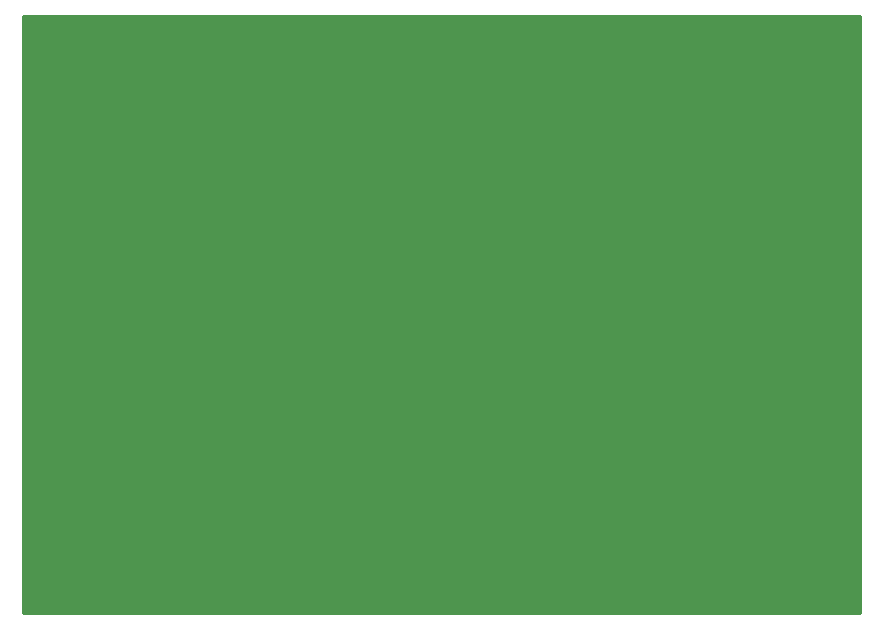
<source format=gbr>
%TF.GenerationSoftware,KiCad,Pcbnew,(5.1.9)-1*%
%TF.CreationDate,2022-07-15T12:11:18-04:00*%
%TF.ProjectId,X-Band_EPR_LGR,582d4261-6e64-45f4-9550-525f4c47522e,1.0*%
%TF.SameCoordinates,Original*%
%TF.FileFunction,Soldermask,Top*%
%TF.FilePolarity,Negative*%
%FSLAX46Y46*%
G04 Gerber Fmt 4.6, Leading zero omitted, Abs format (unit mm)*
G04 Created by KiCad (PCBNEW (5.1.9)-1) date 2022-07-15 12:11:18*
%MOMM*%
%LPD*%
G01*
G04 APERTURE LIST*
%ADD10C,5.000000*%
%ADD11C,10.000000*%
%ADD12C,8.000000*%
%ADD13O,16.000000X2.000000*%
%ADD14C,0.254000*%
%ADD15C,0.100000*%
G04 APERTURE END LIST*
D10*
%TO.C,H2*%
X91110000Y-91110000D03*
%TD*%
%TO.C,H3*%
X108890000Y-91110000D03*
%TD*%
%TO.C,H4*%
X108890000Y-108890000D03*
%TD*%
%TO.C,H5*%
X91110000Y-108890000D03*
%TD*%
D11*
%TO.C,H1*%
X100000000Y-100000000D03*
D12*
X107200000Y-100000000D03*
D13*
X100000000Y-100000000D03*
D12*
X92800000Y-100000000D03*
%TD*%
D14*
X135433000Y-125273000D02*
X64567000Y-125273000D01*
X64567000Y-74727000D01*
X135433000Y-74727000D01*
X135433000Y-125273000D01*
D15*
G36*
X135433000Y-125273000D02*
G01*
X64567000Y-125273000D01*
X64567000Y-74727000D01*
X135433000Y-74727000D01*
X135433000Y-125273000D01*
G37*
M02*

</source>
